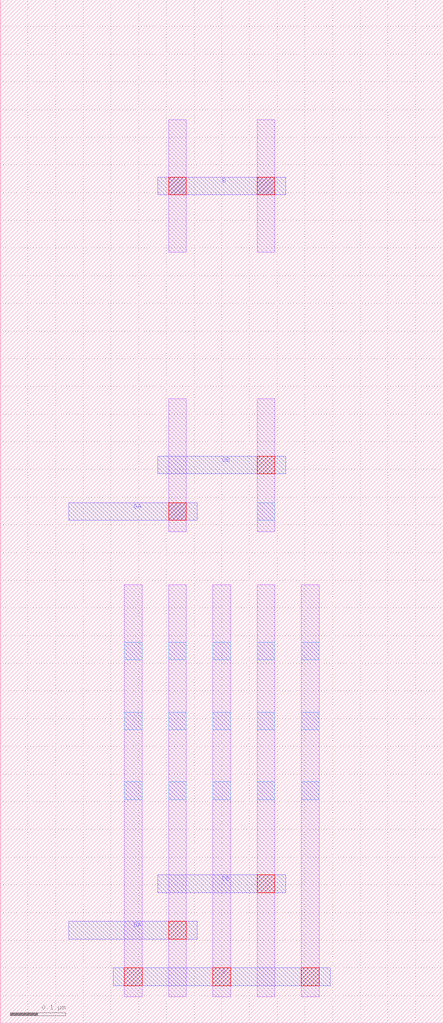
<source format=lef>
MACRO SCM_PMOS_nfin5_n12_X1_Y1_RVT
  ORIGIN 0 0 ;
  FOREIGN SCM_PMOS_nfin5_n12_X1_Y1_RVT 0 0 ;
  SIZE 0.8000 BY 1.8480 ;
  PIN S
    DIRECTION INOUT ;
    USE SIGNAL ;
    PORT
      LAYER M3 ;
        RECT 0.1400 0.0480 0.1800 1.5480 ;
    END
  END S
  PIN DA
    DIRECTION INOUT ;
    USE SIGNAL ;
    PORT
      LAYER M3 ;
        RECT 0.2200 0.1320 0.2600 0.9600 ;
    END
  END DA
  PIN DB
    DIRECTION INOUT ;
    USE SIGNAL ;
    PORT
      LAYER M2 ;
        RECT 0.2840 0.2360 0.5160 0.2680 ;
    END
  END DB
  OBS
    LAYER M1 ;
      RECT 0.3040 0.0480 0.3360 0.7920 ;
    LAYER M1 ;
      RECT 0.3040 0.8880 0.3360 1.1280 ;
    LAYER M1 ;
      RECT 0.3040 1.3920 0.3360 1.6320 ;
    LAYER M1 ;
      RECT 0.2240 0.0480 0.2560 0.7920 ;
    LAYER M1 ;
      RECT 0.3840 0.0480 0.4160 0.7920 ;
    LAYER M1 ;
      RECT 0.4640 0.0480 0.4960 0.7920 ;
    LAYER M1 ;
      RECT 0.4640 0.8880 0.4960 1.1280 ;
    LAYER M1 ;
      RECT 0.4640 1.3920 0.4960 1.6320 ;
    LAYER M1 ;
      RECT 0.5440 0.0480 0.5760 0.7920 ;
    LAYER M2 ;
      RECT 0.1240 0.0680 0.5960 0.1000 ;
    LAYER M2 ;
      RECT 0.1240 1.4960 0.5160 1.5280 ;
    LAYER M2 ;
      RECT 0.2040 0.9080 0.5160 0.9400 ;
    LAYER M2 ;
      RECT 0.1240 0.1520 0.3560 0.1840 ;
    LAYER V1 ;
      RECT 0.2240 0.0680 0.2560 0.1000 ;
    LAYER V1 ;
      RECT 0.3840 0.0680 0.4160 0.1000 ;
    LAYER V1 ;
      RECT 0.5440 0.0680 0.5760 0.1000 ;
    LAYER V1 ;
      RECT 0.3040 0.1520 0.3360 0.1840 ;
    LAYER V1 ;
      RECT 0.3040 0.9080 0.3360 0.9400 ;
    LAYER V1 ;
      RECT 0.3040 1.4960 0.3360 1.5280 ;
    LAYER V1 ;
      RECT 0.4640 0.2360 0.4960 0.2680 ;
    LAYER V1 ;
      RECT 0.4640 0.9080 0.4960 0.9400 ;
    LAYER V1 ;
      RECT 0.4640 1.4960 0.4960 1.5280 ;
    LAYER V2 ;
      RECT 0.1440 0.0680 0.1760 0.1000 ;
    LAYER V2 ;
      RECT 0.1440 1.4960 0.1760 1.5280 ;
    LAYER V2 ;
      RECT 0.2240 0.1520 0.2560 0.1840 ;
    LAYER V2 ;
      RECT 0.2240 0.9080 0.2560 0.9400 ;
    LAYER V0 ;
      RECT 0.3040 0.4040 0.3360 0.4360 ;
    LAYER V0 ;
      RECT 0.3040 0.5300 0.3360 0.5620 ;
    LAYER V0 ;
      RECT 0.3040 0.6560 0.3360 0.6880 ;
    LAYER V0 ;
      RECT 0.3040 0.9080 0.3360 0.9400 ;
    LAYER V0 ;
      RECT 0.3040 1.4960 0.3360 1.5280 ;
    LAYER V0 ;
      RECT 0.2240 0.4040 0.2560 0.4360 ;
    LAYER V0 ;
      RECT 0.2240 0.5300 0.2560 0.5620 ;
    LAYER V0 ;
      RECT 0.2240 0.6560 0.2560 0.6880 ;
    LAYER V0 ;
      RECT 0.3840 0.4040 0.4160 0.4360 ;
    LAYER V0 ;
      RECT 0.3840 0.4040 0.4160 0.4360 ;
    LAYER V0 ;
      RECT 0.3840 0.5300 0.4160 0.5620 ;
    LAYER V0 ;
      RECT 0.3840 0.5300 0.4160 0.5620 ;
    LAYER V0 ;
      RECT 0.3840 0.6560 0.4160 0.6880 ;
    LAYER V0 ;
      RECT 0.3840 0.6560 0.4160 0.6880 ;
    LAYER V0 ;
      RECT 0.4640 0.4040 0.4960 0.4360 ;
    LAYER V0 ;
      RECT 0.4640 0.5300 0.4960 0.5620 ;
    LAYER V0 ;
      RECT 0.4640 0.6560 0.4960 0.6880 ;
    LAYER V0 ;
      RECT 0.4640 0.9080 0.4960 0.9400 ;
    LAYER V0 ;
      RECT 0.4640 1.4960 0.4960 1.5280 ;
    LAYER V0 ;
      RECT 0.5440 0.4040 0.5760 0.4360 ;
    LAYER V0 ;
      RECT 0.5440 0.5300 0.5760 0.5620 ;
    LAYER V0 ;
      RECT 0.5440 0.6560 0.5760 0.6880 ;
  END
END SCM_PMOS_nfin5_n12_X1_Y1_RVT
MACRO SCM_NMOS_nfin5_n12_X1_Y1_RVT
  ORIGIN 0 0 ;
  FOREIGN SCM_NMOS_nfin5_n12_X1_Y1_RVT 0 0 ;
  SIZE 0.8000 BY 1.8480 ;
  PIN S
    DIRECTION INOUT ;
    USE SIGNAL ;
    PORT
      LAYER M3 ;
        RECT 0.1400 0.0480 0.1800 1.5480 ;
    END
  END S
  PIN DA
    DIRECTION INOUT ;
    USE SIGNAL ;
    PORT
      LAYER M3 ;
        RECT 0.2200 0.1320 0.2600 0.9600 ;
    END
  END DA
  PIN DB
    DIRECTION INOUT ;
    USE SIGNAL ;
    PORT
      LAYER M2 ;
        RECT 0.2840 0.2360 0.5160 0.2680 ;
    END
  END DB
  OBS
    LAYER M1 ;
      RECT 0.3040 0.0480 0.3360 0.7920 ;
    LAYER M1 ;
      RECT 0.3040 0.8880 0.3360 1.1280 ;
    LAYER M1 ;
      RECT 0.3040 1.3920 0.3360 1.6320 ;
    LAYER M1 ;
      RECT 0.2240 0.0480 0.2560 0.7920 ;
    LAYER M1 ;
      RECT 0.3840 0.0480 0.4160 0.7920 ;
    LAYER M1 ;
      RECT 0.4640 0.0480 0.4960 0.7920 ;
    LAYER M1 ;
      RECT 0.4640 0.8880 0.4960 1.1280 ;
    LAYER M1 ;
      RECT 0.4640 1.3920 0.4960 1.6320 ;
    LAYER M1 ;
      RECT 0.5440 0.0480 0.5760 0.7920 ;
    LAYER M2 ;
      RECT 0.1240 0.0680 0.5960 0.1000 ;
    LAYER M2 ;
      RECT 0.1240 1.4960 0.5160 1.5280 ;
    LAYER M2 ;
      RECT 0.2040 0.9080 0.5160 0.9400 ;
    LAYER M2 ;
      RECT 0.1240 0.1520 0.3560 0.1840 ;
    LAYER V1 ;
      RECT 0.2240 0.0680 0.2560 0.1000 ;
    LAYER V1 ;
      RECT 0.3840 0.0680 0.4160 0.1000 ;
    LAYER V1 ;
      RECT 0.5440 0.0680 0.5760 0.1000 ;
    LAYER V1 ;
      RECT 0.3040 0.1520 0.3360 0.1840 ;
    LAYER V1 ;
      RECT 0.3040 0.9080 0.3360 0.9400 ;
    LAYER V1 ;
      RECT 0.3040 1.4960 0.3360 1.5280 ;
    LAYER V1 ;
      RECT 0.4640 0.2360 0.4960 0.2680 ;
    LAYER V1 ;
      RECT 0.4640 0.9080 0.4960 0.9400 ;
    LAYER V1 ;
      RECT 0.4640 1.4960 0.4960 1.5280 ;
    LAYER V2 ;
      RECT 0.1440 0.0680 0.1760 0.1000 ;
    LAYER V2 ;
      RECT 0.1440 1.4960 0.1760 1.5280 ;
    LAYER V2 ;
      RECT 0.2240 0.1520 0.2560 0.1840 ;
    LAYER V2 ;
      RECT 0.2240 0.9080 0.2560 0.9400 ;
    LAYER V0 ;
      RECT 0.3040 0.4040 0.3360 0.4360 ;
    LAYER V0 ;
      RECT 0.3040 0.5300 0.3360 0.5620 ;
    LAYER V0 ;
      RECT 0.3040 0.6560 0.3360 0.6880 ;
    LAYER V0 ;
      RECT 0.3040 0.9080 0.3360 0.9400 ;
    LAYER V0 ;
      RECT 0.3040 1.4960 0.3360 1.5280 ;
    LAYER V0 ;
      RECT 0.2240 0.4040 0.2560 0.4360 ;
    LAYER V0 ;
      RECT 0.2240 0.5300 0.2560 0.5620 ;
    LAYER V0 ;
      RECT 0.2240 0.6560 0.2560 0.6880 ;
    LAYER V0 ;
      RECT 0.3840 0.4040 0.4160 0.4360 ;
    LAYER V0 ;
      RECT 0.3840 0.4040 0.4160 0.4360 ;
    LAYER V0 ;
      RECT 0.3840 0.5300 0.4160 0.5620 ;
    LAYER V0 ;
      RECT 0.3840 0.5300 0.4160 0.5620 ;
    LAYER V0 ;
      RECT 0.3840 0.6560 0.4160 0.6880 ;
    LAYER V0 ;
      RECT 0.3840 0.6560 0.4160 0.6880 ;
    LAYER V0 ;
      RECT 0.4640 0.4040 0.4960 0.4360 ;
    LAYER V0 ;
      RECT 0.4640 0.5300 0.4960 0.5620 ;
    LAYER V0 ;
      RECT 0.4640 0.6560 0.4960 0.6880 ;
    LAYER V0 ;
      RECT 0.4640 0.9080 0.4960 0.9400 ;
    LAYER V0 ;
      RECT 0.4640 1.4960 0.4960 1.5280 ;
    LAYER V0 ;
      RECT 0.5440 0.4040 0.5760 0.4360 ;
    LAYER V0 ;
      RECT 0.5440 0.5300 0.5760 0.5620 ;
    LAYER V0 ;
      RECT 0.5440 0.6560 0.5760 0.6880 ;
  END
END SCM_NMOS_nfin5_n12_X1_Y1_RVT
MACRO DP_NMOS_B_nfin5_n12_X1_Y1_RVT
  ORIGIN 0 0 ;
  FOREIGN DP_NMOS_B_nfin5_n12_X1_Y1_RVT 0 0 ;
  SIZE 0.8000 BY 1.8480 ;
  PIN S
    DIRECTION INOUT ;
    USE SIGNAL ;
    PORT
      LAYER M2 ;
        RECT 0.2040 0.0680 0.5960 0.1000 ;
    END
  END S
  PIN DA
    DIRECTION INOUT ;
    USE SIGNAL ;
    PORT
      LAYER M2 ;
        RECT 0.1240 0.1520 0.3560 0.1840 ;
    END
  END DA
  PIN DB
    DIRECTION INOUT ;
    USE SIGNAL ;
    PORT
      LAYER M2 ;
        RECT 0.2840 0.2360 0.5160 0.2680 ;
    END
  END DB
  PIN GA
    DIRECTION INOUT ;
    USE SIGNAL ;
    PORT
      LAYER M2 ;
        RECT 0.1240 0.9080 0.3560 0.9400 ;
    END
  END GA
  PIN GB
    DIRECTION INOUT ;
    USE SIGNAL ;
    PORT
      LAYER M2 ;
        RECT 0.2840 0.9920 0.5160 1.0240 ;
    END
  END GB
  PIN B
    DIRECTION INOUT ;
    USE SIGNAL ;
    PORT
      LAYER M2 ;
        RECT 0.2840 1.4960 0.5160 1.5280 ;
    END
  END B
  OBS
    LAYER M1 ;
      RECT 0.3040 0.0480 0.3360 0.7920 ;
    LAYER M1 ;
      RECT 0.3040 0.8880 0.3360 1.1280 ;
    LAYER M1 ;
      RECT 0.3040 1.3920 0.3360 1.6320 ;
    LAYER M1 ;
      RECT 0.2240 0.0480 0.2560 0.7920 ;
    LAYER M1 ;
      RECT 0.3840 0.0480 0.4160 0.7920 ;
    LAYER M1 ;
      RECT 0.4640 0.0480 0.4960 0.7920 ;
    LAYER M1 ;
      RECT 0.4640 0.8880 0.4960 1.1280 ;
    LAYER M1 ;
      RECT 0.4640 1.3920 0.4960 1.6320 ;
    LAYER M1 ;
      RECT 0.5440 0.0480 0.5760 0.7920 ;
    LAYER V1 ;
      RECT 0.2240 0.0680 0.2560 0.1000 ;
    LAYER V1 ;
      RECT 0.3840 0.0680 0.4160 0.1000 ;
    LAYER V1 ;
      RECT 0.5440 0.0680 0.5760 0.1000 ;
    LAYER V1 ;
      RECT 0.3040 0.1520 0.3360 0.1840 ;
    LAYER V1 ;
      RECT 0.3040 0.9080 0.3360 0.9400 ;
    LAYER V1 ;
      RECT 0.3040 1.4960 0.3360 1.5280 ;
    LAYER V1 ;
      RECT 0.4640 0.2360 0.4960 0.2680 ;
    LAYER V1 ;
      RECT 0.4640 0.9920 0.4960 1.0240 ;
    LAYER V1 ;
      RECT 0.4640 1.4960 0.4960 1.5280 ;
    LAYER V0 ;
      RECT 0.3040 0.4040 0.3360 0.4360 ;
    LAYER V0 ;
      RECT 0.3040 0.5300 0.3360 0.5620 ;
    LAYER V0 ;
      RECT 0.3040 0.6560 0.3360 0.6880 ;
    LAYER V0 ;
      RECT 0.3040 0.9080 0.3360 0.9400 ;
    LAYER V0 ;
      RECT 0.3040 1.4960 0.3360 1.5280 ;
    LAYER V0 ;
      RECT 0.2240 0.4040 0.2560 0.4360 ;
    LAYER V0 ;
      RECT 0.2240 0.5300 0.2560 0.5620 ;
    LAYER V0 ;
      RECT 0.2240 0.6560 0.2560 0.6880 ;
    LAYER V0 ;
      RECT 0.3840 0.4040 0.4160 0.4360 ;
    LAYER V0 ;
      RECT 0.3840 0.4040 0.4160 0.4360 ;
    LAYER V0 ;
      RECT 0.3840 0.5300 0.4160 0.5620 ;
    LAYER V0 ;
      RECT 0.3840 0.5300 0.4160 0.5620 ;
    LAYER V0 ;
      RECT 0.3840 0.6560 0.4160 0.6880 ;
    LAYER V0 ;
      RECT 0.3840 0.6560 0.4160 0.6880 ;
    LAYER V0 ;
      RECT 0.4640 0.4040 0.4960 0.4360 ;
    LAYER V0 ;
      RECT 0.4640 0.5300 0.4960 0.5620 ;
    LAYER V0 ;
      RECT 0.4640 0.6560 0.4960 0.6880 ;
    LAYER V0 ;
      RECT 0.4640 0.9080 0.4960 0.9400 ;
    LAYER V0 ;
      RECT 0.4640 1.4960 0.4960 1.5280 ;
    LAYER V0 ;
      RECT 0.5440 0.4040 0.5760 0.4360 ;
    LAYER V0 ;
      RECT 0.5440 0.5300 0.5760 0.5620 ;
    LAYER V0 ;
      RECT 0.5440 0.6560 0.5760 0.6880 ;
  END
END DP_NMOS_B_nfin5_n12_X1_Y1_RVT

</source>
